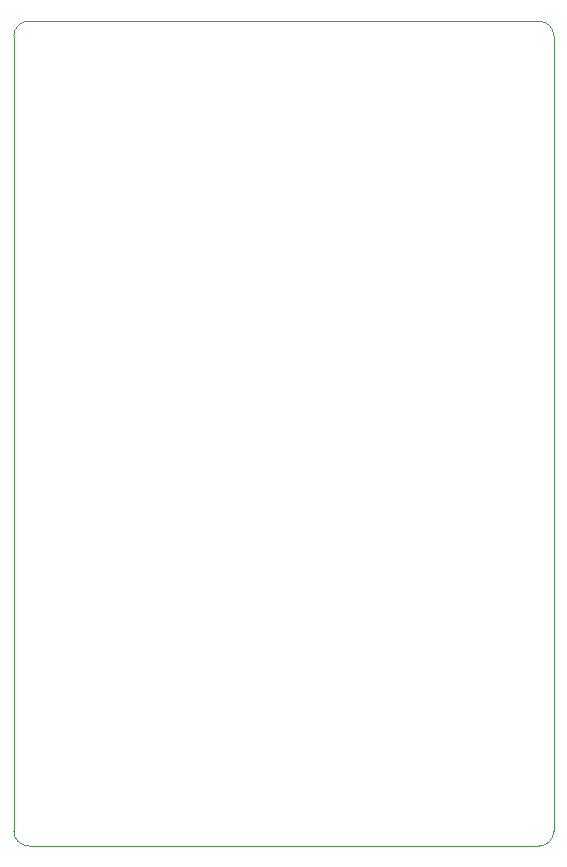
<source format=gm1>
G04 #@! TF.GenerationSoftware,KiCad,Pcbnew,(5.1.5)-3*
G04 #@! TF.CreationDate,2020-01-03T21:25:54+01:00*
G04 #@! TF.ProjectId,DHT_Disp_1,4448545f-4469-4737-905f-312e6b696361,rev?*
G04 #@! TF.SameCoordinates,Original*
G04 #@! TF.FileFunction,Profile,NP*
%FSLAX46Y46*%
G04 Gerber Fmt 4.6, Leading zero omitted, Abs format (unit mm)*
G04 Created by KiCad (PCBNEW (5.1.5)-3) date 2020-01-03 21:25:54*
%MOMM*%
%LPD*%
G04 APERTURE LIST*
%ADD10C,0.050000*%
G04 APERTURE END LIST*
D10*
X114300000Y-69850000D02*
G75*
G02X115570000Y-68580000I1270000J0D01*
G01*
X158750000Y-68580000D02*
G75*
G02X160020000Y-69850000I0J-1270000D01*
G01*
X160020000Y-137160000D02*
G75*
G02X158750000Y-138430000I-1270000J0D01*
G01*
X115570000Y-138430000D02*
G75*
G02X114300000Y-137160000I0J1270000D01*
G01*
X115570000Y-68580000D02*
X158750000Y-68580000D01*
X114300000Y-69850000D02*
X114300000Y-137160000D01*
X160020000Y-69850000D02*
X160020000Y-137160000D01*
X158750000Y-138430000D02*
X115570000Y-138430000D01*
M02*

</source>
